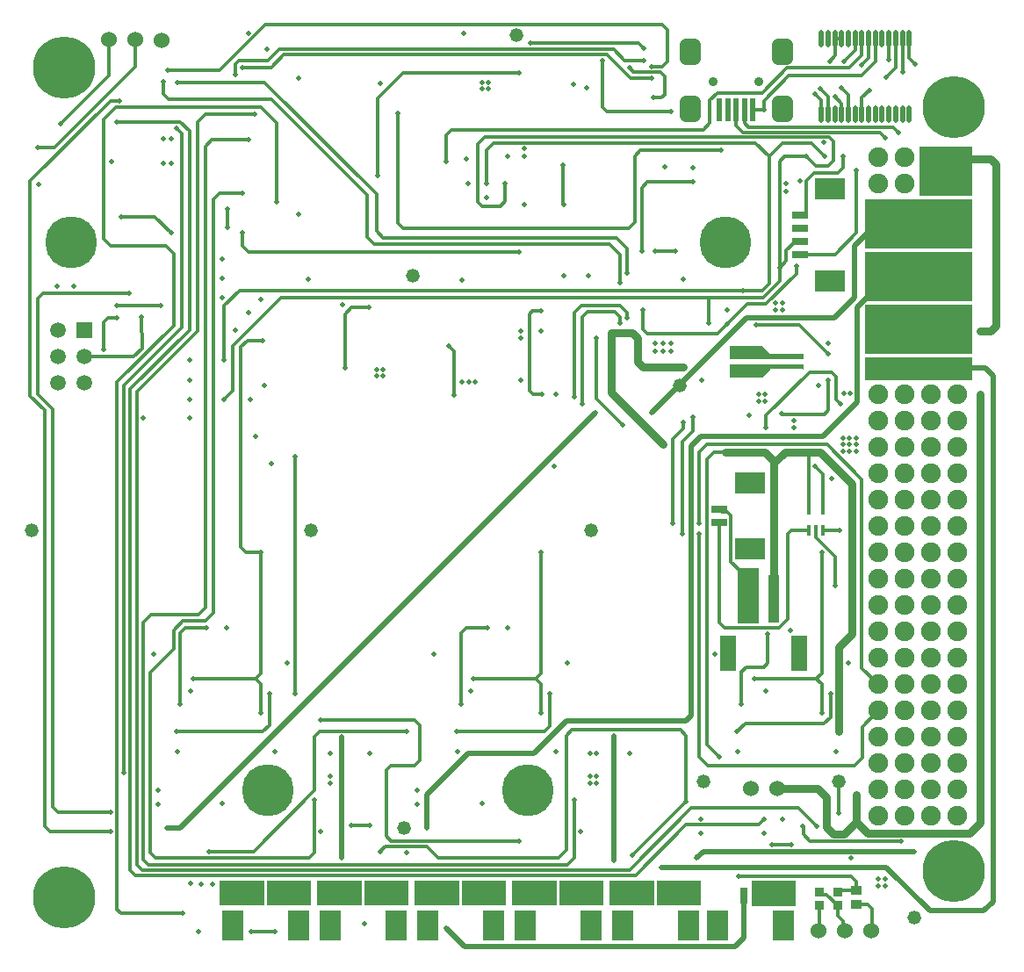
<source format=gtl>
G04*
G04 #@! TF.GenerationSoftware,Altium Limited,Altium Designer,19.0.15 (446)*
G04*
G04 Layer_Physical_Order=1*
G04 Layer_Color=255*
%FSLAX25Y25*%
%MOIN*%
G70*
G01*
G75*
%ADD14R,0.01400X0.04000*%
%ADD15R,0.11811X0.08268*%
%ADD16R,0.06299X0.03150*%
%ADD17R,0.08268X0.11811*%
%ADD18R,0.03150X0.06299*%
%ADD19R,0.03937X0.18110*%
%ADD20R,0.06299X0.13386*%
%ADD21R,0.03937X0.03543*%
%ADD22R,0.03740X0.03347*%
G04:AMPARAMS|DCode=23|XSize=78.74mil|YSize=98.43mil|CornerRadius=19.68mil|HoleSize=0mil|Usage=FLASHONLY|Rotation=180.000|XOffset=0mil|YOffset=0mil|HoleType=Round|Shape=RoundedRectangle|*
%AMROUNDEDRECTD23*
21,1,0.07874,0.05906,0,0,180.0*
21,1,0.03937,0.09843,0,0,180.0*
1,1,0.03937,-0.01968,0.02953*
1,1,0.03937,0.01968,0.02953*
1,1,0.03937,0.01968,-0.02953*
1,1,0.03937,-0.01968,-0.02953*
%
%ADD23ROUNDEDRECTD23*%
%ADD24R,0.01968X0.08858*%
%ADD25O,0.01968X0.06496*%
%ADD39C,0.06000*%
%ADD46C,0.01200*%
%ADD47C,0.03000*%
%ADD48C,0.02000*%
%ADD49C,0.05200*%
%ADD50C,0.03543*%
%ADD51C,0.05906*%
%ADD52R,0.05906X0.05906*%
%ADD53C,0.02000*%
%ADD54C,0.07500*%
%ADD55C,0.23622*%
%ADD56C,0.19685*%
%ADD57C,0.01378*%
G36*
X344500Y266463D02*
X344463Y266425D01*
X324500D01*
Y285000D01*
X344500D01*
Y266463D01*
D02*
G37*
G36*
Y246463D02*
X344463Y246425D01*
X304000D01*
Y265000D01*
X344500D01*
Y246463D01*
D02*
G37*
G36*
Y226463D02*
X344463Y226425D01*
X304000D01*
Y245000D01*
X344500D01*
Y226463D01*
D02*
G37*
G36*
Y206463D02*
X344463Y206425D01*
X304000D01*
Y225000D01*
X344500D01*
Y206463D01*
D02*
G37*
G36*
X268000Y206500D02*
Y206425D01*
X280425D01*
X280500Y206500D01*
Y204500D01*
X252500D01*
Y209500D01*
X265000D01*
X268000Y206500D01*
D02*
G37*
G36*
X280500Y200500D02*
X280425Y200575D01*
X268000D01*
Y200500D01*
X265000Y197500D01*
X252500D01*
Y202500D01*
X280500D01*
Y200500D01*
D02*
G37*
G36*
X344500Y196500D02*
X304000Y196500D01*
X304000Y205000D01*
X344500D01*
X344500Y196500D01*
D02*
G37*
G36*
X263500Y104000D02*
X255783D01*
X255784Y125000D01*
X263498D01*
X263500Y104000D01*
D02*
G37*
G36*
X204500Y-3000D02*
X188000D01*
Y6500D01*
X204500D01*
Y-3000D01*
D02*
G37*
G36*
X130500D02*
X114000D01*
Y6500D01*
X130500D01*
Y-3000D01*
D02*
G37*
G36*
X241500Y-3000D02*
X225000D01*
Y6500D01*
X241500D01*
Y-3000D01*
D02*
G37*
G36*
X187000Y-3000D02*
X170000Y-3000D01*
Y6500D01*
X187000Y6500D01*
Y-3000D01*
D02*
G37*
G36*
X167500Y-3000D02*
X151000D01*
Y6500D01*
X167500D01*
Y-3000D01*
D02*
G37*
G36*
X113000Y-3000D02*
X96000Y-3000D01*
Y6500D01*
X113000Y6500D01*
Y-3000D01*
D02*
G37*
G36*
X93500Y-3000D02*
X77000D01*
Y6500D01*
X93500D01*
Y-3000D01*
D02*
G37*
G36*
X224000D02*
X207000Y-3000D01*
Y6500D01*
X224000Y6500D01*
Y-3000D01*
D02*
G37*
G36*
X150000D02*
X133000Y-3000D01*
Y6500D01*
X150000Y6500D01*
Y-3000D01*
D02*
G37*
G36*
X76000D02*
X59000Y-3000D01*
Y6500D01*
X76000Y6500D01*
Y-3000D01*
D02*
G37*
G36*
X277500Y-3209D02*
X261000D01*
Y6291D01*
X277500D01*
Y-3209D01*
D02*
G37*
D14*
X282800Y147461D02*
D03*
X288000D02*
D03*
Y139461D02*
D03*
X285400D02*
D03*
X282800D02*
D03*
D15*
X260209Y132500D02*
D03*
X260209Y157500D02*
D03*
X290709Y234079D02*
D03*
Y268921D02*
D03*
D16*
X248791Y147461D02*
D03*
Y142539D02*
D03*
X279291Y253961D02*
D03*
Y249039D02*
D03*
Y244118D02*
D03*
X279291Y258882D02*
D03*
D17*
X212000Y-10500D02*
D03*
X237000Y-10500D02*
D03*
X248000Y-10709D02*
D03*
X273000Y-10709D02*
D03*
X175000Y-10500D02*
D03*
X200000Y-10500D02*
D03*
X138000D02*
D03*
X163000Y-10500D02*
D03*
X101000Y-10500D02*
D03*
X126000Y-10500D02*
D03*
X64000D02*
D03*
X89000Y-10500D02*
D03*
D18*
X226961Y917D02*
D03*
X222039D02*
D03*
X262961Y709D02*
D03*
X258039D02*
D03*
X189961Y917D02*
D03*
X185039D02*
D03*
X152961Y917D02*
D03*
X148039D02*
D03*
X115961Y917D02*
D03*
X111039D02*
D03*
X78961Y917D02*
D03*
X74039D02*
D03*
D19*
X269437Y113236D02*
D03*
X261563D02*
D03*
D20*
X278886Y92764D02*
D03*
X252114D02*
D03*
D21*
X300500Y-2657D02*
D03*
Y2657D02*
D03*
D22*
X293500Y-3059D02*
D03*
Y2059D02*
D03*
X286520Y2059D02*
D03*
Y-3059D02*
D03*
D23*
X272520Y299459D02*
D03*
Y320915D02*
D03*
X237480D02*
D03*
Y299459D02*
D03*
D24*
X255000Y299085D02*
D03*
X258150D02*
D03*
X261299D02*
D03*
X251850D02*
D03*
X248701D02*
D03*
D25*
X287441Y297524D02*
D03*
X290000D02*
D03*
X292559D02*
D03*
X295118D02*
D03*
X297677D02*
D03*
X300236D02*
D03*
X302795D02*
D03*
X305354D02*
D03*
X307913D02*
D03*
X310472D02*
D03*
X313032D02*
D03*
X315591D02*
D03*
X318150D02*
D03*
X320709D02*
D03*
X287441Y326067D02*
D03*
X290000D02*
D03*
X292559D02*
D03*
X295118D02*
D03*
X297677D02*
D03*
X300236D02*
D03*
X302795D02*
D03*
X305354D02*
D03*
X307913D02*
D03*
X310472D02*
D03*
X313032D02*
D03*
X315591D02*
D03*
X318150D02*
D03*
X320709D02*
D03*
D39*
X270500Y41500D02*
D03*
X260500D02*
D03*
X27000Y325598D02*
D03*
X17000D02*
D03*
X37000Y325402D02*
D03*
X296283Y-12500D02*
D03*
X286283D02*
D03*
X306283Y-12697D02*
D03*
D46*
X119922Y17578D02*
X121844Y19500D01*
X294000Y32000D02*
Y44000D01*
X53500Y297500D02*
X72500D01*
X278559Y34000D02*
X285559Y27000D01*
X238000Y34000D02*
X278559D01*
X280500Y24000D02*
X283100Y21400D01*
X317400D01*
X317500Y21500D01*
X285097Y163752D02*
X288000Y160848D01*
Y147461D02*
Y160848D01*
X293000Y189000D02*
X294500Y187500D01*
X293000Y189000D02*
Y197852D01*
X291352Y199500D02*
X293000Y197852D01*
X283000Y199500D02*
X291352D01*
X266476Y182976D02*
X283000Y199500D01*
X266476Y178400D02*
Y182976D01*
X202000Y189500D02*
X212000Y179500D01*
X282500Y169000D02*
X282800Y168700D01*
Y147461D02*
Y168700D01*
X253041Y127459D02*
Y144959D01*
X249766Y146486D02*
X251514D01*
X253041Y144959D01*
X248791Y147461D02*
X249766Y146486D01*
X292559Y118500D02*
Y129441D01*
X285400Y136600D02*
X292559Y129441D01*
X285400Y136600D02*
Y139461D01*
X265500Y87500D02*
X267000Y89000D01*
X259000Y87500D02*
X265500D01*
X257075Y85575D02*
X259000Y87500D01*
X257075Y73220D02*
Y85575D01*
X267000Y89000D02*
Y100108D01*
X275961Y139461D02*
X282800D01*
X274500Y138000D02*
X275961Y139461D01*
X274500Y105720D02*
Y138000D01*
X271280Y102500D02*
X274500Y105720D01*
X288000Y139461D02*
X294461D01*
X250500Y102500D02*
X271280D01*
X248791Y104209D02*
X250500Y102500D01*
X248791Y104209D02*
Y142539D01*
X253041Y127459D02*
X256500Y124000D01*
X234500Y173000D02*
X238650Y177150D01*
X234500Y138000D02*
Y173000D01*
X290941Y68486D02*
Y77500D01*
X288455Y66000D02*
X290941Y68486D01*
X258563Y66000D02*
X288455D01*
X255441Y62878D02*
X258563Y66000D01*
X244378Y50000D02*
X300000D01*
X246500Y169000D02*
X250846D01*
X244000Y166500D02*
X246500Y169000D01*
X244000Y58201D02*
Y166500D01*
X124000Y21500D02*
X172500D01*
X135000Y51878D02*
Y65500D01*
X133122Y50000D02*
X135000Y51878D01*
X124000Y50000D02*
X133122D01*
X133000Y67500D02*
X135000Y65500D01*
X97378Y67500D02*
X133000D01*
X122250Y23250D02*
X124000Y21500D01*
X122250Y23250D02*
Y48250D01*
X124000Y50000D01*
X137500Y19500D02*
X142000Y15000D01*
X121844Y19500D02*
X137500Y19500D01*
X87500Y77500D02*
Y167500D01*
X15000Y208110D02*
Y218500D01*
X16560Y220060D01*
X20000D01*
X29323Y220323D02*
X29500Y208500D01*
X26339Y205339D02*
X29500Y208500D01*
X29050Y220323D02*
X29323D01*
X-8000Y229500D02*
X24500D01*
X34500Y15000D02*
X93000D01*
X32500Y17000D02*
X34500Y15000D01*
X32500Y17000D02*
Y85378D01*
X32000Y12500D02*
X191000D01*
X30000Y14500D02*
X32000Y12500D01*
X30000Y14500D02*
Y104500D01*
X29500Y10500D02*
X214500Y10500D01*
X27500Y12500D02*
X29500Y10500D01*
X27500Y192000D02*
X27500Y12500D01*
X27000Y8500D02*
X217000Y8500D01*
X25000Y10500D02*
X27000Y8500D01*
X25000Y193000D02*
X25000Y10500D01*
X21500Y-6000D02*
X44937D01*
X20000Y-4500D02*
X21500Y-6000D01*
X20000Y-4500D02*
Y45000D01*
X-5500Y25000D02*
X17500D01*
X-7500Y27000D02*
X-5500Y25000D01*
X-7500Y27000D02*
X-7500Y185000D01*
X-2500Y32500D02*
X17500D01*
X-4500Y34500D02*
X-2500Y32500D01*
X-4500Y34500D02*
X-4500Y185500D01*
X-10000Y191000D02*
X-4500Y185500D01*
X-10000Y191000D02*
Y227500D01*
X-8000Y229500D01*
X17500Y302500D02*
X21000D01*
X-13000Y272000D02*
X17500Y302500D01*
X-13000Y190500D02*
Y272000D01*
X39500Y303000D02*
X78563D01*
X37500Y305000D02*
X39500Y303000D01*
X37500Y305000D02*
Y309616D01*
X218000Y324500D02*
X220000Y322500D01*
X177000Y324500D02*
X218000D01*
X215059Y311000D02*
X223000D01*
X206113Y319947D02*
X215059Y311000D01*
X258150Y293884D02*
Y296500D01*
Y293884D02*
X259534Y292500D01*
X314500D01*
X339024Y250878D02*
X339146Y251000D01*
X109000Y27466D02*
X116138D01*
X97100Y63100D02*
X130000D01*
X94996Y60996D02*
X97100Y63100D01*
X94996Y40595D02*
Y60996D01*
X268500Y20000D02*
X276000D01*
X300500Y2657D02*
Y5990D01*
X298490Y8000D02*
X300500Y5990D01*
X256000Y8000D02*
X298490D01*
X226399Y313400D02*
X228000Y311799D01*
X216100Y313400D02*
X226399D01*
X214547Y314953D02*
X216100Y313400D01*
X228000Y304823D02*
Y311799D01*
X223500Y303618D02*
X226795D01*
X228000Y304823D01*
X202000Y189500D02*
Y212500D01*
X224421Y245500D02*
X231842D01*
X146000Y209266D02*
X148000Y207266D01*
Y190819D02*
Y207266D01*
X261882Y83000D02*
X285441D01*
X303000Y64854D02*
X309024Y70878D01*
X303000Y53000D02*
Y64854D01*
X300000Y50000D02*
X303000Y53000D01*
X244000Y58201D02*
X248701Y53500D01*
X241000Y53378D02*
Y138000D01*
Y53378D02*
X244378Y50000D01*
X277815Y236852D02*
Y239815D01*
X266463Y225500D02*
X277815Y236852D01*
X213500Y220000D02*
Y222135D01*
X211000Y218000D02*
Y220500D01*
X223000Y315500D02*
X227087D01*
X95000Y17000D02*
Y37000D01*
X93000Y15000D02*
X95000Y17000D01*
X302795Y87106D02*
Y158705D01*
X289500Y172000D02*
X302795Y158705D01*
X244000Y172000D02*
X289500Y172000D01*
X281500Y258882D02*
Y272000D01*
X279291Y258882D02*
X281500D01*
Y272000D02*
X284500Y275000D01*
X147000Y291500D02*
X242500Y291500D01*
X145000Y289500D02*
X147000Y291500D01*
X145000Y279500D02*
Y289500D01*
X117543Y248000D02*
X207000D01*
X115000Y250543D02*
X117543Y248000D01*
X115000Y250543D02*
Y266563D01*
X121000Y250500D02*
X209500D01*
X118500Y253000D02*
X121000Y250500D01*
X118500Y253000D02*
Y267000D01*
X70000Y245000D02*
X172500D01*
X67500Y247500D02*
X70000Y245000D01*
X67500Y247500D02*
Y252500D01*
X66500Y230500D02*
X257500D01*
X60559Y224559D02*
X66500Y230500D01*
X60559Y204024D02*
Y224559D01*
X78000Y65500D02*
Y77500D01*
X75378Y62878D02*
X78000Y65500D01*
X42500Y62878D02*
X75378D01*
X7500Y205339D02*
X26339D01*
X34441Y258500D02*
X40541Y252400D01*
X21721Y258500D02*
X34441D01*
X66347Y317846D02*
X77421D01*
X64886Y316386D02*
X66347Y317846D01*
X64886Y312500D02*
Y316386D01*
X76386Y331500D02*
X227000D01*
X59086Y314200D02*
X76386Y331500D01*
X39283Y314200D02*
X59086D01*
X251691Y217838D02*
X259353Y225500D01*
X271500Y234000D02*
Y239000D01*
X265240Y227740D02*
X271500Y234000D01*
X244500Y227740D02*
X265240D01*
X259353Y225500D02*
X266463D01*
X295500Y276945D02*
Y281343D01*
X293555Y275000D02*
X295500Y276945D01*
X284500Y275000D02*
X293555D01*
X292000Y279559D02*
Y287000D01*
X290000Y277559D02*
X292000Y279559D01*
X285382Y277559D02*
X290000D01*
X281500Y281441D02*
X285382Y277559D01*
X277539Y249039D02*
X279291D01*
X274118Y245618D02*
X277539Y249039D01*
X274118Y241618D02*
Y245618D01*
X271500Y239000D02*
X274118Y241618D01*
X271500Y239000D02*
Y279500D01*
X273441Y281441D01*
X292512Y244118D02*
X300762Y252368D01*
X279291Y244118D02*
X292512D01*
X300762Y252368D02*
Y276000D01*
X273441Y281441D02*
X281500D01*
X309024Y230878D02*
Y240878D01*
X302795Y87106D02*
X309024Y80878D01*
X196500Y187500D02*
Y220278D01*
X193500Y190000D02*
Y222059D01*
X71902Y17500D02*
X94996Y40595D01*
X55000Y17500D02*
X71902D01*
X142000Y15000D02*
X187500D01*
X190500Y18000D02*
Y61500D01*
X187500Y15000D02*
X190500Y18000D01*
X192600Y63600D02*
X233900D01*
X190500Y61500D02*
X192600Y63600D01*
X236000Y36500D02*
Y61500D01*
X233900Y63600D02*
X236000Y61500D01*
X214500Y10500D02*
X238000Y34000D01*
X215500Y16000D02*
X236000Y36500D01*
X-1250Y293750D02*
X17000Y312000D01*
Y325598D01*
X286283Y-12500D02*
X286520Y-12264D01*
Y-3059D01*
X241000Y169000D02*
X244000Y172000D01*
X241000Y169000D02*
X241000Y142000D01*
X300500Y2657D02*
X300723Y2434D01*
X293500Y2059D02*
X294098Y2657D01*
X300500D01*
X-13000Y190500D02*
X-7500Y185000D01*
X193500Y15000D02*
Y37059D01*
X191000Y12500D02*
X193500Y15000D01*
X280500Y24000D02*
Y27000D01*
X15000Y250000D02*
X17562Y247438D01*
X15000Y250000D02*
Y295500D01*
X17562Y247438D02*
X38563D01*
X41500Y244500D01*
Y217161D02*
Y244500D01*
X80500Y264000D02*
Y294000D01*
X74500Y300000D02*
X80500Y294000D01*
X19500Y300000D02*
X74500D01*
X15000Y295500D02*
X19500Y300000D01*
X20000Y195661D02*
X41500Y217161D01*
X22494Y47500D02*
Y47644D01*
X22500Y47650D01*
X20000Y195661D02*
X20000Y45000D01*
X71118Y-13118D02*
X79902D01*
X235098Y178098D02*
Y180500D01*
X231000Y174000D02*
X235098Y178098D01*
X231000Y142000D02*
Y174000D01*
X238650Y177150D02*
Y182500D01*
X193500Y222059D02*
X196226Y224785D01*
X210850D01*
X213500Y222135D01*
X196500Y220278D02*
X198723Y222500D01*
X209000D01*
X211000Y220500D01*
Y233500D02*
Y244000D01*
X207000Y248000D02*
X211000Y244000D01*
X209500Y250500D02*
X213500Y246500D01*
Y237000D02*
Y246500D01*
X78563Y303000D02*
X115000Y266563D01*
X76000Y309500D02*
X118500Y267000D01*
X42925Y309500D02*
X76000D01*
X62130Y254630D02*
Y261394D01*
X62000Y254500D02*
X62130Y254630D01*
X27000Y315500D02*
Y325598D01*
X-3630Y284870D02*
X27000Y315500D01*
X-10000Y284870D02*
X-3630D01*
X108900Y223900D02*
X115500D01*
X106500Y221500D02*
X108900Y223900D01*
X106500Y200878D02*
Y221500D01*
X219500Y215713D02*
Y223000D01*
Y215713D02*
X221213Y214000D01*
X247853D01*
X251691Y217838D01*
X289455Y986D02*
X293500Y-3059D01*
X287790Y986D02*
X289455D01*
X286520Y2059D02*
X286717D01*
X287790Y986D01*
X300500Y-2657D02*
X305000D01*
X306520Y-4177D01*
Y-12303D02*
Y-4177D01*
X293500Y-7000D02*
Y-3059D01*
Y-7000D02*
X295601Y-9101D01*
Y-11582D02*
Y-9101D01*
Y-11582D02*
X296520Y-12500D01*
X236057Y27558D02*
X263498D01*
X217000Y8500D02*
X236057Y27558D01*
X263498D02*
X265500Y29559D01*
X69500Y211500D02*
X75221D01*
X67000Y209000D02*
X69500Y211500D01*
X67000Y133000D02*
Y209000D01*
X81575Y322000D02*
X208500D01*
X212653Y317846D01*
X77421Y317846D02*
X81575Y322000D01*
X83447Y319947D02*
X206113D01*
X78500Y315000D02*
X83447Y319947D01*
X67500Y315000D02*
X78500D01*
X159659Y288659D02*
X290341D01*
X157000Y286000D02*
X159659Y288659D01*
X157000Y264000D02*
Y286000D01*
X309500Y290500D02*
X311600Y288400D01*
X257500Y290500D02*
X309500D01*
X255000Y293000D02*
X257500Y290500D01*
X290341Y288659D02*
X292000Y287000D01*
X283494Y286506D02*
X288500Y281500D01*
X272565Y286506D02*
X283494D01*
X267500Y281441D02*
X272565Y286506D01*
X82240Y227740D02*
X244500Y227740D01*
Y217941D02*
Y227740D01*
X176500Y192378D02*
X178000Y190878D01*
X181342D01*
X176500Y221500D02*
X177620Y222620D01*
X181059D01*
X176500Y192378D02*
Y221500D01*
X257500Y230500D02*
X265000D01*
X128500Y313000D02*
X172500D01*
X119000Y303500D02*
X128500Y313000D01*
X119000Y274000D02*
Y303500D01*
X292500Y304000D02*
X295118Y301382D01*
Y297524D02*
Y301382D01*
X312000Y311500D02*
X315591Y315090D01*
Y326067D01*
X318150Y313500D02*
Y326067D01*
X320709Y318791D02*
X323000Y316500D01*
X320709Y318791D02*
Y326067D01*
X314500Y292500D02*
X316500Y290500D01*
X258150Y299085D02*
X258534Y298700D01*
X255000Y293000D02*
Y299085D01*
X265500Y302500D02*
X275000Y312000D01*
X265500Y299085D02*
Y302500D01*
X275000Y312000D02*
X302500D01*
X274394Y314894D02*
X297894D01*
X265000Y305500D02*
X274394Y314894D01*
X247839Y305500D02*
X265000D01*
X245000Y294000D02*
Y302661D01*
X242500Y291500D02*
X245000Y294000D01*
Y302661D02*
X247839Y305500D01*
X163005Y286506D02*
X262435D01*
X160221Y283720D02*
X163005Y286506D01*
X160221Y270905D02*
Y283720D01*
X262435Y286506D02*
X267500Y281441D01*
X297894Y314894D02*
X302795Y319795D01*
X204311Y300189D02*
Y317846D01*
X261299Y299085D02*
X265500D01*
X218750Y283750D02*
X249158D01*
X216500Y281500D02*
X218750Y283750D01*
X216500Y256213D02*
Y281500D01*
X214287Y254000D02*
X216500Y256213D01*
X128500Y254000D02*
X214287D01*
X126500Y256000D02*
X128500Y254000D01*
X126500Y256000D02*
Y297825D01*
X229000Y317413D02*
Y329500D01*
X227000Y331500D02*
X229000Y329500D01*
X227087Y315500D02*
X229000Y317413D01*
X212653Y317846D02*
X220000D01*
X302795Y319795D02*
Y326067D01*
X296000Y317500D02*
X300236Y321736D01*
Y326067D01*
X285000Y305000D02*
X287441Y302559D01*
X287000Y307000D02*
X290000Y304000D01*
X295000Y307500D02*
X297677Y304823D01*
Y297524D02*
Y304823D01*
X290000Y297524D02*
Y304000D01*
X287441Y297524D02*
Y302559D01*
X302500Y312000D02*
X307913Y317413D01*
Y326067D01*
X290500Y317500D02*
X292559Y319559D01*
Y326067D01*
X295118D01*
X302795Y316000D02*
X305354Y318559D01*
Y326067D01*
X313032Y318000D02*
Y326067D01*
X302795Y303795D02*
X305500Y306500D01*
X302795Y297524D02*
Y303795D01*
X206000Y298500D02*
X230441D01*
X204311Y300189D02*
X206000Y298500D01*
X171500Y327500D02*
X172000Y328000D01*
X59000Y267500D02*
X67543D01*
X56500Y265000D02*
X59000Y267500D01*
X53559Y105000D02*
X56500Y107941D01*
X45000Y105000D02*
X53559D01*
X41500Y101500D02*
X45000Y105000D01*
X41500Y94378D02*
Y101500D01*
X32500Y85378D02*
X41500Y94378D01*
X56500Y265000D02*
X56500Y107941D01*
X42500Y292000D02*
X44500Y290000D01*
X44500Y216500D01*
X22500Y194500D02*
X44500Y216500D01*
X22500Y194500D02*
X22500Y47650D01*
X47500Y215500D02*
Y291000D01*
X25000Y193000D02*
X47500Y215500D01*
X50500Y294500D02*
X53500Y297500D01*
X50500Y215000D02*
Y294500D01*
X44126Y294374D02*
X47500Y291000D01*
X20000Y294374D02*
X44126D01*
X27500Y192000D02*
X50500Y215000D01*
X56094Y287595D02*
X70000D01*
X53500Y285000D02*
X56094Y287595D01*
X53500Y110000D02*
X53500Y285000D01*
X33000Y107500D02*
X51000D01*
X30000Y104500D02*
X33000Y107500D01*
X51000D02*
X53500Y110000D01*
X20000Y224785D02*
X36500D01*
X167244Y264244D02*
Y270965D01*
X165500Y262500D02*
X167244Y264244D01*
X158500Y262500D02*
X165500D01*
X157000Y264000D02*
X158500Y262500D01*
X189471Y263030D02*
X189500Y263000D01*
X189471Y263030D02*
Y277949D01*
X290000Y185000D02*
Y196437D01*
X288500Y183500D02*
X290000Y185000D01*
X272309Y183500D02*
X288500D01*
X272250Y183559D02*
X272309Y183500D01*
X262500Y217500D02*
X278925D01*
X290000Y206425D01*
X265000Y230500D02*
X267500Y233000D01*
Y281441D01*
X288500Y281500D02*
X288524D01*
X64000Y209500D02*
X82240Y227740D01*
X64000Y192441D02*
Y209500D01*
X60559Y189000D02*
X64000Y192441D01*
X69122Y130878D02*
X74559D01*
X67000Y133000D02*
X69122Y130878D01*
X221433Y271630D02*
X238650D01*
X219303Y269500D02*
X221433Y271630D01*
X219303Y245500D02*
Y269500D01*
X106402Y200878D02*
X106500D01*
X106342Y200937D02*
X106402Y200878D01*
X329024Y210878D02*
X339024D01*
X319024D02*
X329024D01*
X309024D02*
X319024D01*
X309024D02*
Y220878D01*
X329024D02*
X339024D01*
X319024D02*
X329024D01*
X309024D02*
X319024D01*
X329024Y230878D02*
X339024D01*
X319024D02*
X329024D01*
X309024D02*
X319024D01*
X329024Y240878D02*
X339024D01*
X319024D02*
X329024D01*
X309024D02*
X319024D01*
X329024Y250878D02*
X339024D01*
X319024D02*
X329024D01*
X309024D02*
X319024D01*
X309024D02*
Y260878D01*
X329024D02*
X339024D01*
X319024D02*
X329024D01*
X309024D02*
X319024D01*
X329024Y270878D02*
Y280878D01*
Y270878D02*
X339024D01*
X329024Y280878D02*
X339024D01*
X287500Y85059D02*
Y130878D01*
X285441Y83000D02*
X287500Y85059D01*
Y70000D02*
Y80941D01*
X285441Y83000D02*
X287500Y80941D01*
X148941Y62878D02*
X182319D01*
X150575Y100500D02*
X152575Y102500D01*
X160500D01*
X155382Y83000D02*
X178941D01*
X181000Y80941D01*
Y70000D02*
Y80941D01*
X178941Y83000D02*
X181000Y85059D01*
Y130878D01*
X182319Y62878D02*
X184441Y65000D01*
Y77500D01*
X150575Y73220D02*
Y100500D01*
X74559Y85059D02*
Y130878D01*
X72500Y83000D02*
X74559Y85059D01*
Y70000D02*
Y80941D01*
X72500Y83000D02*
X74559Y80941D01*
X48941Y83000D02*
X72500D01*
X46134Y102500D02*
X54059D01*
X44134Y100500D02*
X46134Y102500D01*
X44134Y73220D02*
Y100500D01*
D47*
X270500Y41500D02*
X286059D01*
X289455Y38104D01*
Y26545D02*
Y38104D01*
Y26545D02*
X292000Y24000D01*
X300762Y28738D02*
Y39000D01*
X296024Y24000D02*
X300762Y28738D01*
X292000Y24000D02*
X296024D01*
X282500Y169000D02*
X287000D01*
X273500D02*
X282500D01*
X250847Y169000D02*
X266000D01*
X250846Y169000D02*
X250847Y169000D01*
X266000D02*
X269437Y165563D01*
Y164937D02*
Y165563D01*
X207500Y214500D02*
X215500D01*
X269437Y164937D02*
X273500Y169000D01*
X269437Y113236D02*
Y164937D01*
X207500Y191799D02*
X227299Y172000D01*
X207500Y191799D02*
Y214500D01*
X219502Y201248D02*
X235098D01*
X217500Y203250D02*
X219502Y201248D01*
X217500Y203250D02*
Y212500D01*
X215500Y214500D02*
X217500Y212500D01*
X287000Y169000D02*
X299000Y157000D01*
Y100000D02*
Y157000D01*
X353500Y217000D02*
Y278500D01*
X351492Y280508D02*
X353500Y278500D01*
X341000Y280508D02*
X351492D01*
X351500Y215000D02*
X353500Y217000D01*
X347500Y215000D02*
X351500D01*
X347500Y191106D02*
X347500Y28500D01*
X343500Y24500D02*
X347500Y28500D01*
X305000Y24500D02*
X343500D01*
X300762Y28738D02*
X305000Y24500D01*
X294098Y95098D02*
X299000Y100000D01*
X294098Y62961D02*
Y95098D01*
D48*
X241500Y175000D02*
X288000D01*
X238000Y171500D02*
X241500Y175000D01*
X238000Y69000D02*
Y171500D01*
X105441Y15000D02*
Y61000D01*
X242500Y17500D02*
X322500D01*
X300000Y247500D02*
X306201Y253701D01*
X222980Y184000D02*
X258980Y220000D01*
X44000Y26500D02*
X201500Y184000D01*
X352500Y198000D02*
X352500Y-1500D01*
X349000Y-5000D02*
X352500Y-1500D01*
X328500Y-5000D02*
X349000D01*
X312000Y11500D02*
X328500Y-5000D01*
X151845Y-18500D02*
X254768D01*
X145000Y-11655D02*
X151845Y-18500D01*
X254768D02*
X258039Y-15228D01*
Y709D01*
X306201Y253701D02*
X309024Y250878D01*
X300000Y227785D02*
Y247500D01*
X292215Y220000D02*
X300000Y227785D01*
X258980Y220000D02*
X292215D01*
X339024Y200878D02*
X349622D01*
X38996Y26500D02*
X44000D01*
X236000Y67000D02*
X238000Y69000D01*
X190500Y67000D02*
X236000D01*
X178157Y54658D02*
X190500Y67000D01*
X208500Y14000D02*
Y61500D01*
X288000Y175000D02*
X300941Y187941D01*
X226500Y11500D02*
X312000Y11500D01*
X240000Y15000D02*
X242500Y17500D01*
X300941Y224135D02*
X307613Y230807D01*
X300941Y187941D02*
Y224135D01*
X153157Y54658D02*
X178157D01*
X137500Y39000D02*
X153157Y54658D01*
X137500Y26500D02*
Y39000D01*
X309024Y201895D02*
X310040Y200878D01*
X349622D02*
X352500Y198000D01*
X329024Y200878D02*
X339024D01*
X319024D02*
X329024D01*
X310040D02*
X319024D01*
D49*
X129000Y26500D02*
D03*
X233480Y194500D02*
D03*
X322500Y-7500D02*
D03*
X171500Y327500D02*
D03*
X294000Y44000D02*
D03*
X132405Y236000D02*
D03*
X200000Y139500D02*
D03*
X93500D02*
D03*
X242500Y44000D02*
D03*
X-12500Y139500D02*
D03*
D50*
X263661Y309616D02*
D03*
X246339D02*
D03*
D51*
X-2500Y195339D02*
D03*
X7500D02*
D03*
X-2500Y205339D02*
D03*
X7500D02*
D03*
X-2500Y215339D02*
D03*
D52*
X7500D02*
D03*
D53*
X230399Y207237D02*
D03*
Y210337D02*
D03*
X227299Y207237D02*
D03*
Y210337D02*
D03*
X224199Y207237D02*
D03*
Y210337D02*
D03*
X294000Y32000D02*
D03*
X285097Y163752D02*
D03*
X294500Y187500D02*
D03*
X266476Y178400D02*
D03*
X212000Y179500D02*
D03*
X292559Y118500D02*
D03*
X294461Y139461D02*
D03*
X255784Y55378D02*
D03*
X255441Y62878D02*
D03*
X172500Y21500D02*
D03*
X130000Y17000D02*
D03*
X97378Y67500D02*
D03*
X87500Y77500D02*
D03*
Y167500D02*
D03*
X29953Y181917D02*
D03*
X15000Y208110D02*
D03*
X20000Y220060D02*
D03*
X29323Y220323D02*
D03*
X24500Y229500D02*
D03*
X50941Y-13000D02*
D03*
X116138Y27466D02*
D03*
X109000D02*
D03*
X130000Y63100D02*
D03*
X105441Y61000D02*
D03*
X268500Y20000D02*
D03*
X256000Y8000D02*
D03*
X276000Y20000D02*
D03*
X214547Y314953D02*
D03*
X223500Y303618D02*
D03*
X202000Y212500D02*
D03*
X231842Y245500D02*
D03*
X224421D02*
D03*
X148000Y190819D02*
D03*
X261882Y83000D02*
D03*
X266441Y78535D02*
D03*
X275661Y101500D02*
D03*
X267000Y100108D02*
D03*
X294098Y62961D02*
D03*
X213500Y220000D02*
D03*
X211000Y218000D02*
D03*
X222980Y184000D02*
D03*
X201500D02*
D03*
X223000Y315500D02*
D03*
X173221Y212500D02*
D03*
Y215000D02*
D03*
X173356Y196500D02*
D03*
X156000Y195677D02*
D03*
X153541D02*
D03*
X295500Y169437D02*
D03*
X259000Y108000D02*
D03*
Y110500D02*
D03*
X235098Y201248D02*
D03*
X277815Y239815D02*
D03*
X280500Y253961D02*
D03*
X271500Y239000D02*
D03*
X274118Y270878D02*
D03*
X274000Y268000D02*
D03*
X300762Y276000D02*
D03*
X279177Y272000D02*
D03*
X273500Y4791D02*
D03*
X276000D02*
D03*
X273500Y2291D02*
D03*
X276000D02*
D03*
X145000Y-11655D02*
D03*
X226500Y11500D02*
D03*
X208500Y1000D02*
D03*
X114000Y-10000D02*
D03*
X347500Y215000D02*
D03*
Y191106D02*
D03*
X322500Y17500D02*
D03*
X300762Y39000D02*
D03*
X120000Y17500D02*
D03*
X17500Y32500D02*
D03*
X196500Y187500D02*
D03*
X193500Y190000D02*
D03*
X185825Y163752D02*
D03*
X215500Y16000D02*
D03*
X21721Y258500D02*
D03*
X-1250Y293750D02*
D03*
X236000Y36500D02*
D03*
X248701Y53500D02*
D03*
X242000Y196500D02*
D03*
X207500Y214500D02*
D03*
X227299Y172000D02*
D03*
X250846Y169000D02*
D03*
X208500Y14000D02*
D03*
X291441Y159136D02*
D03*
X261606Y110500D02*
D03*
Y108000D02*
D03*
X47929Y5223D02*
D03*
X126500Y5000D02*
D03*
X129000D02*
D03*
X193500Y37059D02*
D03*
X94996D02*
D03*
X280441Y27000D02*
D03*
X70000Y287595D02*
D03*
X72421Y297524D02*
D03*
X285559Y27000D02*
D03*
X208500Y61500D02*
D03*
X70000Y328150D02*
D03*
X80500Y264000D02*
D03*
X22494Y47500D02*
D03*
X56177Y5055D02*
D03*
X52000D02*
D03*
X44937Y-6000D02*
D03*
X71118Y-13118D02*
D03*
X79902D02*
D03*
X92500Y234803D02*
D03*
X231000Y142000D02*
D03*
X234500Y138000D02*
D03*
X238650Y182500D02*
D03*
X235098Y180500D02*
D03*
X213500Y237000D02*
D03*
X211000Y233500D02*
D03*
X37500Y309616D02*
D03*
X42925Y309500D02*
D03*
X241000Y138000D02*
D03*
Y142000D02*
D03*
X67500Y252500D02*
D03*
X62130Y261394D02*
D03*
X40541Y252400D02*
D03*
X62000Y254500D02*
D03*
X105500Y225180D02*
D03*
X115500Y223900D02*
D03*
X219500Y223000D02*
D03*
X251691Y217838D02*
D03*
X286283Y194500D02*
D03*
X158500Y309500D02*
D03*
X161000D02*
D03*
X158500Y307000D02*
D03*
X161000D02*
D03*
X193441Y308874D02*
D03*
X186658Y190878D02*
D03*
X80000Y55378D02*
D03*
X235000Y234803D02*
D03*
X198843Y236000D02*
D03*
X-9657Y270823D02*
D03*
X35496Y35484D02*
D03*
X59996Y35583D02*
D03*
X158500D02*
D03*
X134000Y35484D02*
D03*
X-10059Y284870D02*
D03*
X60000Y242500D02*
D03*
X172500Y245000D02*
D03*
X39283Y314200D02*
D03*
X298500Y15000D02*
D03*
X240000D02*
D03*
X241500Y29658D02*
D03*
X177000Y324500D02*
D03*
X244500Y217941D02*
D03*
X257500Y230500D02*
D03*
X119000Y274000D02*
D03*
X172500Y313000D02*
D03*
X312000Y311500D02*
D03*
X292500Y304000D02*
D03*
X311600Y288400D02*
D03*
X318150Y313500D02*
D03*
X323000Y316500D02*
D03*
X316500Y290500D02*
D03*
X145000Y279500D02*
D03*
X248701Y299085D02*
D03*
X204311Y317846D02*
D03*
X126500Y297825D02*
D03*
X174626Y281528D02*
D03*
X249158Y283750D02*
D03*
X220000Y322500D02*
D03*
Y317846D02*
D03*
X223000Y311000D02*
D03*
X296000Y317500D02*
D03*
X285000Y305000D02*
D03*
X287000Y307000D02*
D03*
X295000Y307500D02*
D03*
X64886Y312500D02*
D03*
X67500Y315000D02*
D03*
X290500Y317500D02*
D03*
X302795Y316000D02*
D03*
X313032Y318000D02*
D03*
X305500Y306500D02*
D03*
X265500Y299085D02*
D03*
X17500Y25000D02*
D03*
X55000Y17500D02*
D03*
X21000Y302500D02*
D03*
X67543Y267500D02*
D03*
X64886Y215500D02*
D03*
X42500Y292000D02*
D03*
X20000Y294374D02*
D03*
X265500Y29559D02*
D03*
X76945Y322000D02*
D03*
X3650Y232000D02*
D03*
X-2650D02*
D03*
X36500Y224785D02*
D03*
X20000D02*
D03*
X37500Y288075D02*
D03*
X40500D02*
D03*
X37500Y278626D02*
D03*
X40500D02*
D03*
X18000Y279295D02*
D03*
X89000Y311150D02*
D03*
Y259350D02*
D03*
X116138Y54658D02*
D03*
X100996Y43500D02*
D03*
Y46000D02*
D03*
X97378Y25000D02*
D03*
X100996Y54658D02*
D03*
X38996Y26500D02*
D03*
X35496Y40799D02*
D03*
X105441Y15000D02*
D03*
X134000Y40799D02*
D03*
X137500Y26500D02*
D03*
X199500Y54658D02*
D03*
X202000D02*
D03*
X195882Y25000D02*
D03*
X199500Y46000D02*
D03*
X202000D02*
D03*
X199500Y43500D02*
D03*
X202000D02*
D03*
X214642Y54658D02*
D03*
X171500Y-1500D02*
D03*
X174000D02*
D03*
Y1000D02*
D03*
X171500D02*
D03*
X97500Y-1500D02*
D03*
X100000D02*
D03*
Y1000D02*
D03*
X97500D02*
D03*
X317500Y21500D02*
D03*
X241500Y24342D02*
D03*
X309000Y7000D02*
D03*
X311500D02*
D03*
X309000Y4500D02*
D03*
X311500D02*
D03*
X265500Y24441D02*
D03*
X272500Y29559D02*
D03*
X120000Y309071D02*
D03*
X151556Y327930D02*
D03*
X189500Y263000D02*
D03*
X189471Y277949D02*
D03*
X153244Y271063D02*
D03*
X295500Y281343D02*
D03*
X152744Y280508D02*
D03*
X160280Y265846D02*
D03*
X174685Y262906D02*
D03*
X174744Y284405D02*
D03*
X168244Y281405D02*
D03*
X160221Y270905D02*
D03*
X167244Y270965D02*
D03*
X198441Y307299D02*
D03*
X230441Y298500D02*
D03*
X276971Y181000D02*
D03*
X277000Y178500D02*
D03*
X263500Y191106D02*
D03*
Y188500D02*
D03*
X266000Y191106D02*
D03*
Y188500D02*
D03*
X295500Y174500D02*
D03*
X298000D02*
D03*
X300500D02*
D03*
X295500Y172000D02*
D03*
X298000D02*
D03*
X300500D02*
D03*
X298000Y169437D02*
D03*
X300500Y169500D02*
D03*
X272250Y183559D02*
D03*
X290000Y196437D02*
D03*
X259941Y183000D02*
D03*
X262500Y217500D02*
D03*
X290000Y206425D02*
D03*
Y210500D02*
D03*
X296000Y191500D02*
D03*
X298441D02*
D03*
X272689Y223059D02*
D03*
Y225870D02*
D03*
X270000Y223059D02*
D03*
Y225870D02*
D03*
X264000Y198779D02*
D03*
X261500D02*
D03*
X254000D02*
D03*
X256500D02*
D03*
X259000D02*
D03*
X264106Y208110D02*
D03*
X254000Y208110D02*
D03*
X261606D02*
D03*
X256500Y208110D02*
D03*
X259000Y208110D02*
D03*
X60559Y189000D02*
D03*
Y204024D02*
D03*
X281500Y281441D02*
D03*
X288524Y281500D02*
D03*
X288465Y286559D02*
D03*
X219303Y245500D02*
D03*
X238650Y271630D02*
D03*
Y276945D02*
D03*
X228102Y277500D02*
D03*
X106500Y200878D02*
D03*
X181059Y222620D02*
D03*
X181342Y190878D02*
D03*
X251691Y222956D02*
D03*
X121000Y198000D02*
D03*
X118500D02*
D03*
X121000Y200500D02*
D03*
X118500D02*
D03*
X189500Y236157D02*
D03*
X146000Y209266D02*
D03*
X151000Y234500D02*
D03*
Y195677D02*
D03*
X181114Y215000D02*
D03*
X74559Y227000D02*
D03*
X60000Y235000D02*
D03*
Y227740D02*
D03*
X211000Y1000D02*
D03*
Y-1500D02*
D03*
X208500D02*
D03*
X240000Y2500D02*
D03*
X237500D02*
D03*
X240000Y5000D02*
D03*
X237500D02*
D03*
X203000Y2500D02*
D03*
X200500D02*
D03*
X203000Y5000D02*
D03*
X200500D02*
D03*
X166000Y2500D02*
D03*
Y5000D02*
D03*
X163500D02*
D03*
X126500Y2500D02*
D03*
X129000D02*
D03*
X92000Y2500D02*
D03*
X89500D02*
D03*
X92000Y5000D02*
D03*
X89500D02*
D03*
X70000Y222000D02*
D03*
X75221Y211500D02*
D03*
X76000Y194500D02*
D03*
X47500Y189000D02*
D03*
X47524Y204024D02*
D03*
X47500Y181976D02*
D03*
Y196500D02*
D03*
X72661Y175000D02*
D03*
X70500Y189000D02*
D03*
X134500Y-1500D02*
D03*
X137000D02*
D03*
X297590Y88933D02*
D03*
X287500Y130878D02*
D03*
Y70000D02*
D03*
X257075Y73220D02*
D03*
X290941Y77500D02*
D03*
X293000Y55378D02*
D03*
X246941Y92500D02*
D03*
X137000Y1000D02*
D03*
X134500D02*
D03*
X150575Y73220D02*
D03*
X140441Y92500D02*
D03*
X154441Y78535D02*
D03*
X149284Y55378D02*
D03*
X186500D02*
D03*
X148941Y62878D02*
D03*
X184441Y77500D02*
D03*
X168161Y102500D02*
D03*
X160500D02*
D03*
X155382Y83000D02*
D03*
X181000Y70000D02*
D03*
Y130878D02*
D03*
X191091Y88933D02*
D03*
X84650D02*
D03*
X74559Y130878D02*
D03*
X60500Y1000D02*
D03*
X74559Y70000D02*
D03*
X48941Y83000D02*
D03*
X54059Y102500D02*
D03*
X44134Y73220D02*
D03*
X61721Y102500D02*
D03*
X78000Y77500D02*
D03*
X42500Y62878D02*
D03*
X78500Y164636D02*
D03*
X42843Y55378D02*
D03*
X48000Y78535D02*
D03*
X34000Y92500D02*
D03*
X63000Y1000D02*
D03*
Y-1500D02*
D03*
X60500D02*
D03*
D54*
X339024Y40878D02*
D03*
X329024D02*
D03*
X339024Y30878D02*
D03*
X329024D02*
D03*
X339024Y60878D02*
D03*
X329024D02*
D03*
X339024Y50878D02*
D03*
X329024D02*
D03*
Y130878D02*
D03*
X339024D02*
D03*
Y160878D02*
D03*
X329024D02*
D03*
X339024Y170878D02*
D03*
X329024D02*
D03*
X339024Y180878D02*
D03*
X329024D02*
D03*
X339024Y230878D02*
D03*
X329024D02*
D03*
X339024Y240878D02*
D03*
X329024D02*
D03*
X339024Y250878D02*
D03*
X329024D02*
D03*
Y280878D02*
D03*
X339024D02*
D03*
X329024Y270878D02*
D03*
X339024D02*
D03*
X329024Y260878D02*
D03*
X339024D02*
D03*
X329024Y220878D02*
D03*
X339024D02*
D03*
X329024Y210878D02*
D03*
X339024D02*
D03*
X329024Y200878D02*
D03*
X339024D02*
D03*
X329024Y190878D02*
D03*
X339024D02*
D03*
X329024Y150878D02*
D03*
X339024D02*
D03*
Y140878D02*
D03*
X329024D02*
D03*
X339024Y120878D02*
D03*
X329024D02*
D03*
X339024Y110878D02*
D03*
X329024D02*
D03*
X339024Y100878D02*
D03*
X329024D02*
D03*
X339024Y90878D02*
D03*
X329024D02*
D03*
Y70878D02*
D03*
X339024D02*
D03*
X329024Y80878D02*
D03*
X339024D02*
D03*
X319024Y40878D02*
D03*
X309024D02*
D03*
X319024Y30878D02*
D03*
X309024D02*
D03*
X319024Y60878D02*
D03*
X309024D02*
D03*
X319024Y50878D02*
D03*
X309024D02*
D03*
Y130878D02*
D03*
X319024D02*
D03*
Y160878D02*
D03*
X309024D02*
D03*
X319024Y170878D02*
D03*
X309024D02*
D03*
X319024Y180878D02*
D03*
X309024D02*
D03*
X319024Y230878D02*
D03*
X309024D02*
D03*
X319024Y240878D02*
D03*
X309024D02*
D03*
X319024Y250878D02*
D03*
X309024D02*
D03*
Y280878D02*
D03*
X319024D02*
D03*
X309024Y270878D02*
D03*
X319024D02*
D03*
X309024Y260878D02*
D03*
X319024D02*
D03*
X309024Y220878D02*
D03*
X319024D02*
D03*
X309024Y210878D02*
D03*
X319024D02*
D03*
X309024Y200878D02*
D03*
X319024D02*
D03*
X309024Y190878D02*
D03*
X319024D02*
D03*
X309024Y150878D02*
D03*
X319024D02*
D03*
Y140878D02*
D03*
X309024D02*
D03*
X319024Y120878D02*
D03*
X309024D02*
D03*
X319024Y110878D02*
D03*
X309024D02*
D03*
X319024Y100878D02*
D03*
X309024D02*
D03*
X319024Y90878D02*
D03*
X309024D02*
D03*
Y70878D02*
D03*
X319024D02*
D03*
X309024Y80878D02*
D03*
X319024D02*
D03*
D55*
X-0Y315000D02*
D03*
X337500Y300000D02*
D03*
X0Y0D02*
D03*
X337500Y10000D02*
D03*
D56*
X250846Y248543D02*
D03*
X2579Y248543D02*
D03*
X175925Y40787D02*
D03*
X77421D02*
D03*
D57*
X279720Y201500D02*
D03*
X277000D02*
D03*
X279720Y205500D02*
D03*
X277000Y205437D02*
D03*
M02*

</source>
